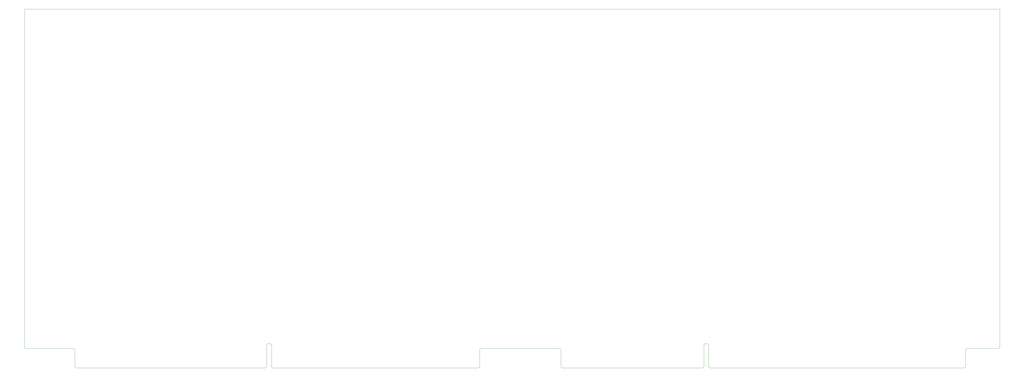
<source format=gbr>
G04 #@! TF.GenerationSoftware,KiCad,Pcbnew,(5.1.5)-3*
G04 #@! TF.CreationDate,2023-07-18T22:41:28-04:00*
G04 #@! TF.ProjectId,NovaFPGA,4e6f7661-4650-4474-912e-6b696361645f,rev?*
G04 #@! TF.SameCoordinates,Original*
G04 #@! TF.FileFunction,Profile,NP*
%FSLAX46Y46*%
G04 Gerber Fmt 4.6, Leading zero omitted, Abs format (unit mm)*
G04 Created by KiCad (PCBNEW (5.1.5)-3) date 2023-07-18 22:41:28*
%MOMM*%
%LPD*%
G04 APERTURE LIST*
%ADD10C,0.050000*%
G04 APERTURE END LIST*
D10*
X71755000Y-168910000D02*
X72390000Y-168910000D01*
X242570000Y-168910000D02*
X243205000Y-168910000D01*
X241935000Y-169545000D02*
G75*
G02X242570000Y-168910000I635000J0D01*
G01*
X243205000Y-168910000D02*
G75*
G02X243840000Y-169545000I0J-635000D01*
G01*
X71120000Y-169545000D02*
G75*
G02X71755000Y-168910000I635000J0D01*
G01*
X72390000Y-168910000D02*
G75*
G02X73025000Y-169545000I0J-635000D01*
G01*
X244475000Y-178435000D02*
X343535000Y-178435000D01*
X243840000Y-169545000D02*
X243840000Y-177800000D01*
X241935000Y-177800000D02*
X241935000Y-169545000D01*
X73660000Y-178435000D02*
X153670000Y-178435000D01*
X73025000Y-169545000D02*
X73025000Y-177800000D01*
X71120000Y-177800000D02*
X71120000Y-169545000D01*
X73660000Y-178435000D02*
G75*
G02X73025000Y-177800000I0J635000D01*
G01*
X71120000Y-177800000D02*
G75*
G02X70485000Y-178435000I-635000J0D01*
G01*
X244475000Y-178435000D02*
G75*
G02X243840000Y-177800000I0J635000D01*
G01*
X241935000Y-177800000D02*
G75*
G02X241300000Y-178435000I-635000J0D01*
G01*
X186690000Y-178435000D02*
X241300000Y-178435000D01*
X154305000Y-171450000D02*
X154305000Y-177800000D01*
X185420000Y-170815000D02*
X154940000Y-170815000D01*
X186055000Y-171450000D02*
X186055000Y-177800000D01*
X185420000Y-170815000D02*
G75*
G02X186055000Y-171450000I0J-635000D01*
G01*
X-22860000Y-170815000D02*
G75*
G02X-23495000Y-170180000I0J635000D01*
G01*
X-4445000Y-170815000D02*
G75*
G02X-3810000Y-171450000I0J-635000D01*
G01*
X-3175000Y-178435000D02*
G75*
G02X-3810000Y-177800000I0J635000D01*
G01*
X-22860000Y-170815000D02*
X-4445000Y-170815000D01*
X-3810000Y-171450000D02*
X-3810000Y-177800000D01*
X-3175000Y-178435000D02*
X70485000Y-178435000D01*
X344805000Y-170815000D02*
X356870000Y-170815000D01*
X344170000Y-177800000D02*
G75*
G02X343535000Y-178435000I-635000J0D01*
G01*
X357505000Y-170180000D02*
G75*
G02X356870000Y-170815000I-635000J0D01*
G01*
X344170000Y-171450000D02*
G75*
G02X344805000Y-170815000I635000J0D01*
G01*
X344170000Y-177800000D02*
X344170000Y-171450000D01*
X154305000Y-177800000D02*
G75*
G02X153670000Y-178435000I-635000J0D01*
G01*
X186690000Y-178435000D02*
G75*
G02X186055000Y-177800000I0J635000D01*
G01*
X154305000Y-171450000D02*
G75*
G02X154940000Y-170815000I635000J0D01*
G01*
X-23495000Y-38100000D02*
X357505000Y-38100000D01*
X-23495000Y-170180000D02*
X-23495000Y-38100000D01*
X357505000Y-170180000D02*
X357505000Y-38100000D01*
M02*

</source>
